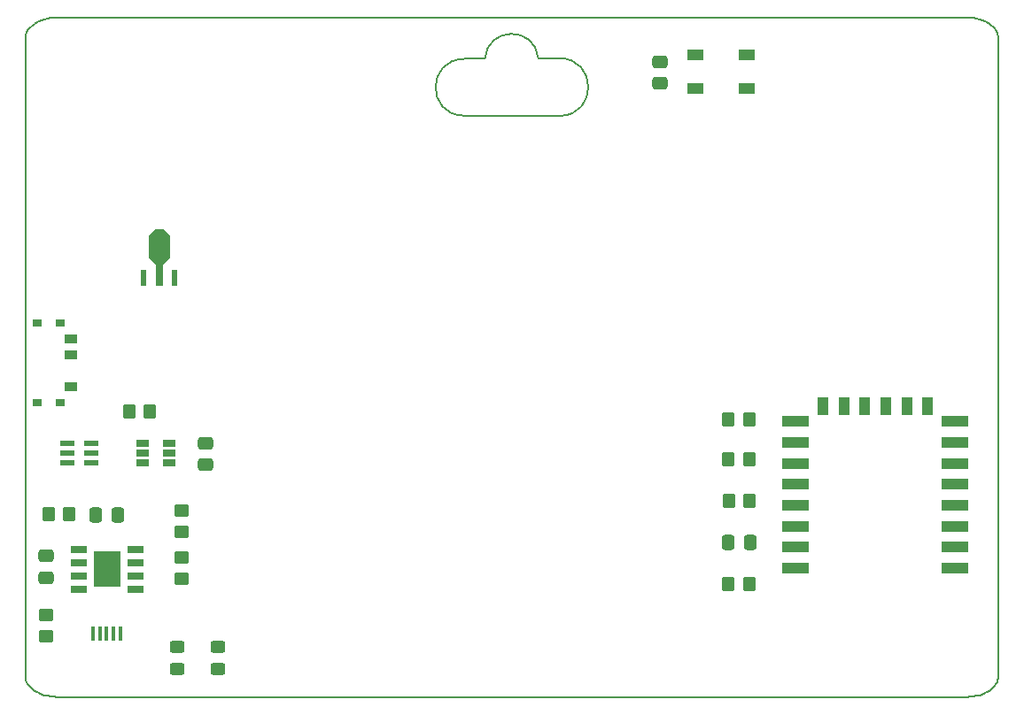
<source format=gbp>
G04 #@! TF.GenerationSoftware,KiCad,Pcbnew,(6.0.0)*
G04 #@! TF.CreationDate,2022-02-16T09:51:19+01:00*
G04 #@! TF.ProjectId,drawing.kicad_v2_pcb,64726177-696e-4672-9e6b-696361645f76,v2.1*
G04 #@! TF.SameCoordinates,Original*
G04 #@! TF.FileFunction,Paste,Bot*
G04 #@! TF.FilePolarity,Positive*
%FSLAX46Y46*%
G04 Gerber Fmt 4.6, Leading zero omitted, Abs format (unit mm)*
G04 Created by KiCad (PCBNEW (6.0.0)) date 2022-02-16 09:51:19*
%MOMM*%
%LPD*%
G01*
G04 APERTURE LIST*
G04 Aperture macros list*
%AMRoundRect*
0 Rectangle with rounded corners*
0 $1 Rounding radius*
0 $2 $3 $4 $5 $6 $7 $8 $9 X,Y pos of 4 corners*
0 Add a 4 corners polygon primitive as box body*
4,1,4,$2,$3,$4,$5,$6,$7,$8,$9,$2,$3,0*
0 Add four circle primitives for the rounded corners*
1,1,$1+$1,$2,$3*
1,1,$1+$1,$4,$5*
1,1,$1+$1,$6,$7*
1,1,$1+$1,$8,$9*
0 Add four rect primitives between the rounded corners*
20,1,$1+$1,$2,$3,$4,$5,0*
20,1,$1+$1,$4,$5,$6,$7,0*
20,1,$1+$1,$6,$7,$8,$9,0*
20,1,$1+$1,$8,$9,$2,$3,0*%
%AMFreePoly0*
4,1,9,1.000000,1.114214,1.000000,-1.114214,0.414214,-1.700000,-0.414214,-1.700000,-1.000000,-1.114214,-1.000000,1.114214,-0.414214,1.700000,0.414214,1.700000,1.000000,1.114214,1.000000,1.114214,$1*%
G04 Aperture macros list end*
G04 #@! TA.AperFunction,Profile*
%ADD10C,0.150000*%
G04 #@! TD*
%ADD11C,0.200000*%
G04 #@! TA.AperFunction,Profile*
%ADD12C,0.200000*%
G04 #@! TD*
%ADD13R,0.400000X1.350000*%
%ADD14RoundRect,0.250000X0.350000X0.450000X-0.350000X0.450000X-0.350000X-0.450000X0.350000X-0.450000X0*%
%ADD15R,1.250000X0.900000*%
%ADD16R,0.900000X0.800000*%
%ADD17RoundRect,0.250000X0.450000X-0.350000X0.450000X0.350000X-0.450000X0.350000X-0.450000X-0.350000X0*%
%ADD18R,1.525000X0.700000*%
%ADD19R,2.513000X3.402000*%
%ADD20R,1.400000X0.600000*%
%ADD21R,0.599999X1.599999*%
%ADD22R,0.700001X2.000001*%
%ADD23FreePoly0,180.000000*%
%ADD24R,2.500000X1.000000*%
%ADD25R,1.000000X1.800000*%
%ADD26R,1.500000X1.000000*%
%ADD27RoundRect,0.250000X0.475000X-0.337500X0.475000X0.337500X-0.475000X0.337500X-0.475000X-0.337500X0*%
%ADD28RoundRect,0.250000X-0.450000X0.325000X-0.450000X-0.325000X0.450000X-0.325000X0.450000X0.325000X0*%
%ADD29RoundRect,0.250000X0.337500X0.475000X-0.337500X0.475000X-0.337500X-0.475000X0.337500X-0.475000X0*%
%ADD30R,1.200000X0.650000*%
%ADD31RoundRect,0.250000X-0.350000X-0.450000X0.350000X-0.450000X0.350000X0.450000X-0.350000X0.450000X0*%
G04 APERTURE END LIST*
D10*
X157096620Y-70834873D02*
X147866620Y-70804873D01*
X147916669Y-65364807D02*
X149926620Y-65364873D01*
X157036620Y-65324874D02*
X155026620Y-65314873D01*
X155026619Y-65314873D02*
G75*
G03*
X149926620Y-65364873I-2548019J-227008D01*
G01*
X147916669Y-65394800D02*
G75*
G03*
X147866620Y-70804873I0J-2705268D01*
G01*
X157096620Y-70834872D02*
G75*
G03*
X157036620Y-65324874I-41644J2754872D01*
G01*
D11*
X199009991Y-124410835D02*
X198994558Y-124617854D01*
X198949252Y-124818762D01*
X198875557Y-125012559D01*
X198774959Y-125198246D01*
X198648943Y-125374823D01*
X198498994Y-125541290D01*
X198326598Y-125696648D01*
X198133240Y-125839897D01*
X197920406Y-125970037D01*
X197689580Y-126086068D01*
X197442248Y-126186991D01*
X197179896Y-126271807D01*
X196904009Y-126339514D01*
X196616072Y-126389115D01*
X196317570Y-126419608D01*
X196009990Y-126429995D01*
X196009990Y-61430000D02*
X196317570Y-61440386D01*
X196616072Y-61470880D01*
X196904009Y-61520480D01*
X197179896Y-61588188D01*
X197442248Y-61673004D01*
X197689580Y-61773927D01*
X197920406Y-61889959D01*
X198133240Y-62020099D01*
X198326598Y-62163348D01*
X198498994Y-62318706D01*
X198648943Y-62485173D01*
X198774959Y-62661750D01*
X198875557Y-62847436D01*
X198949252Y-63041233D01*
X198994558Y-63242140D01*
X199009991Y-63449159D01*
D12*
X109010000Y-61430000D02*
X109010000Y-61430000D01*
D11*
X109010000Y-126429995D02*
X108702419Y-126419608D01*
X108403917Y-126389115D01*
X108115979Y-126339514D01*
X107840092Y-126271807D01*
X107577739Y-126186991D01*
X107330408Y-126086068D01*
X107099582Y-125970037D01*
X106886747Y-125839897D01*
X106693389Y-125696648D01*
X106520992Y-125541290D01*
X106371043Y-125374823D01*
X106245027Y-125198246D01*
X106144429Y-125012559D01*
X106070734Y-124818762D01*
X106025428Y-124617854D01*
X106009996Y-124410835D01*
D12*
X196009990Y-126429995D02*
X109010000Y-126429995D01*
X199009991Y-63449159D02*
X199009991Y-124410835D01*
D11*
X106009996Y-63449159D02*
X106025428Y-63242140D01*
X106070734Y-63041233D01*
X106144429Y-62847436D01*
X106245027Y-62661750D01*
X106371043Y-62485173D01*
X106520992Y-62318706D01*
X106693389Y-62163348D01*
X106886747Y-62020099D01*
X107099582Y-61889959D01*
X107330408Y-61773927D01*
X107577739Y-61673004D01*
X107840092Y-61588188D01*
X108115979Y-61520480D01*
X108403917Y-61470880D01*
X108702419Y-61440386D01*
X109010000Y-61430000D01*
D12*
X106009996Y-124410835D02*
X106009996Y-63449159D01*
X109010000Y-61430000D02*
X196009990Y-61430000D01*
D13*
X115076760Y-120398540D03*
X114426760Y-120398540D03*
X113776760Y-120398540D03*
X113126760Y-120398540D03*
X112476760Y-120398540D03*
D14*
X175218600Y-107645200D03*
X173218600Y-107645200D03*
X110200000Y-108900000D03*
X108200000Y-108900000D03*
D15*
X110339000Y-96712600D03*
X110339000Y-93712600D03*
X110339000Y-92212600D03*
D16*
X109364000Y-98262600D03*
X107164000Y-98262600D03*
X107164000Y-90662600D03*
X109364000Y-90662600D03*
D17*
X120900000Y-115100000D03*
X120900000Y-113100000D03*
D18*
X111088000Y-116105000D03*
X111088000Y-114835000D03*
X111088000Y-113565000D03*
X111088000Y-112295000D03*
X116512000Y-112295000D03*
X116512000Y-113565000D03*
X116512000Y-114835000D03*
X116512000Y-116105000D03*
D19*
X113800000Y-114200000D03*
D20*
X110000000Y-104050000D03*
X110000000Y-103100000D03*
X110000000Y-102150000D03*
X112300000Y-104050000D03*
X112300000Y-103100000D03*
X112300000Y-102150000D03*
D14*
X117900000Y-99100000D03*
X115900000Y-99100000D03*
D21*
X120300000Y-86299999D03*
D22*
X118800001Y-86099999D03*
D23*
X118800000Y-83400000D03*
D21*
X117300000Y-86299999D03*
D24*
X179648800Y-114084400D03*
X179648800Y-112084400D03*
X179648800Y-110084400D03*
X179648800Y-108084400D03*
X179648800Y-106084400D03*
X179648800Y-104084400D03*
X179648800Y-102084400D03*
X179648800Y-100084400D03*
D25*
X182248800Y-98584400D03*
X184248800Y-98584400D03*
X186248800Y-98584400D03*
X188248800Y-98584400D03*
X190248800Y-98584400D03*
X192248800Y-98584400D03*
D24*
X194848800Y-100084400D03*
X194848800Y-102084400D03*
X194848800Y-104084400D03*
X194848800Y-106084400D03*
X194848800Y-108084400D03*
X194848800Y-110084400D03*
X194848800Y-112084400D03*
X194848800Y-114084400D03*
D26*
X174916000Y-68198800D03*
X174916000Y-64998800D03*
X170016000Y-64998800D03*
X170016000Y-68198800D03*
D27*
X123200000Y-104237500D03*
X123200000Y-102162500D03*
D14*
X175200000Y-115600000D03*
X173200000Y-115600000D03*
D28*
X120500000Y-121675000D03*
X120500000Y-123725000D03*
D29*
X114837500Y-109000000D03*
X112762500Y-109000000D03*
D17*
X120900000Y-110600000D03*
X120900000Y-108600000D03*
D30*
X117250000Y-104050000D03*
X117250000Y-103100000D03*
X117250000Y-102150000D03*
X119750000Y-102150000D03*
X119750000Y-103100000D03*
X119750000Y-104050000D03*
D27*
X108000000Y-115037500D03*
X108000000Y-112962500D03*
D28*
X124400000Y-121675000D03*
X124400000Y-123725000D03*
D31*
X173193200Y-103733600D03*
X175193200Y-103733600D03*
X173167800Y-99898200D03*
X175167800Y-99898200D03*
D29*
X175256100Y-111683800D03*
X173181100Y-111683800D03*
D27*
X166640000Y-67727500D03*
X166640000Y-65652500D03*
D17*
X108000000Y-120600000D03*
X108000000Y-118600000D03*
M02*

</source>
